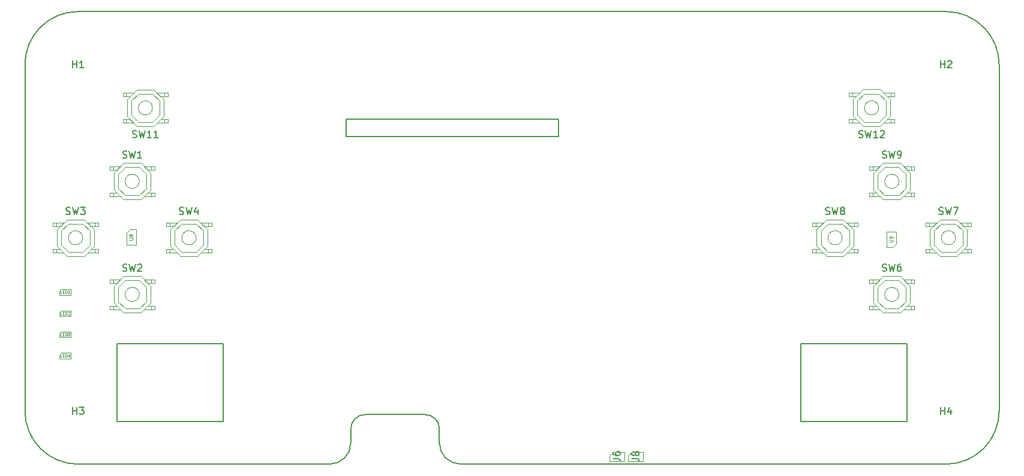
<source format=gbr>
G04 #@! TF.GenerationSoftware,KiCad,Pcbnew,7.0.10*
G04 #@! TF.CreationDate,2024-02-23T17:06:06+08:00*
G04 #@! TF.ProjectId,Teeny_girl,5465656e-795f-4676-9972-6c2e6b696361,rev?*
G04 #@! TF.SameCoordinates,Original*
G04 #@! TF.FileFunction,AssemblyDrawing,Top*
%FSLAX46Y46*%
G04 Gerber Fmt 4.6, Leading zero omitted, Abs format (unit mm)*
G04 Created by KiCad (PCBNEW 7.0.10) date 2024-02-23 17:06:06*
%MOMM*%
%LPD*%
G01*
G04 APERTURE LIST*
%ADD10C,0.150000*%
%ADD11C,0.060000*%
%ADD12C,0.075000*%
%ADD13C,0.100000*%
%ADD14C,0.127000*%
G04 #@! TA.AperFunction,Profile*
%ADD15C,0.150000*%
G04 #@! TD*
G04 APERTURE END LIST*
D10*
X87861667Y-76299100D02*
X88004524Y-76346719D01*
X88004524Y-76346719D02*
X88242619Y-76346719D01*
X88242619Y-76346719D02*
X88337857Y-76299100D01*
X88337857Y-76299100D02*
X88385476Y-76251480D01*
X88385476Y-76251480D02*
X88433095Y-76156242D01*
X88433095Y-76156242D02*
X88433095Y-76061004D01*
X88433095Y-76061004D02*
X88385476Y-75965766D01*
X88385476Y-75965766D02*
X88337857Y-75918147D01*
X88337857Y-75918147D02*
X88242619Y-75870528D01*
X88242619Y-75870528D02*
X88052143Y-75822909D01*
X88052143Y-75822909D02*
X87956905Y-75775290D01*
X87956905Y-75775290D02*
X87909286Y-75727671D01*
X87909286Y-75727671D02*
X87861667Y-75632433D01*
X87861667Y-75632433D02*
X87861667Y-75537195D01*
X87861667Y-75537195D02*
X87909286Y-75441957D01*
X87909286Y-75441957D02*
X87956905Y-75394338D01*
X87956905Y-75394338D02*
X88052143Y-75346719D01*
X88052143Y-75346719D02*
X88290238Y-75346719D01*
X88290238Y-75346719D02*
X88433095Y-75394338D01*
X88766429Y-75346719D02*
X89004524Y-76346719D01*
X89004524Y-76346719D02*
X89195000Y-75632433D01*
X89195000Y-75632433D02*
X89385476Y-76346719D01*
X89385476Y-76346719D02*
X89623572Y-75346719D01*
X89956905Y-75441957D02*
X90004524Y-75394338D01*
X90004524Y-75394338D02*
X90099762Y-75346719D01*
X90099762Y-75346719D02*
X90337857Y-75346719D01*
X90337857Y-75346719D02*
X90433095Y-75394338D01*
X90433095Y-75394338D02*
X90480714Y-75441957D01*
X90480714Y-75441957D02*
X90528333Y-75537195D01*
X90528333Y-75537195D02*
X90528333Y-75632433D01*
X90528333Y-75632433D02*
X90480714Y-75775290D01*
X90480714Y-75775290D02*
X89909286Y-76346719D01*
X89909286Y-76346719D02*
X90528333Y-76346719D01*
X203283095Y-47596719D02*
X203283095Y-46596719D01*
X203283095Y-47072909D02*
X203854523Y-47072909D01*
X203854523Y-47596719D02*
X203854523Y-46596719D01*
X204283095Y-46691957D02*
X204330714Y-46644338D01*
X204330714Y-46644338D02*
X204425952Y-46596719D01*
X204425952Y-46596719D02*
X204664047Y-46596719D01*
X204664047Y-46596719D02*
X204759285Y-46644338D01*
X204759285Y-46644338D02*
X204806904Y-46691957D01*
X204806904Y-46691957D02*
X204854523Y-46787195D01*
X204854523Y-46787195D02*
X204854523Y-46882433D01*
X204854523Y-46882433D02*
X204806904Y-47025290D01*
X204806904Y-47025290D02*
X204235476Y-47596719D01*
X204235476Y-47596719D02*
X204854523Y-47596719D01*
D11*
X79252381Y-79503827D02*
X79061905Y-79503827D01*
X79061905Y-79503827D02*
X79061905Y-79103827D01*
X79385715Y-79294303D02*
X79519048Y-79294303D01*
X79576191Y-79503827D02*
X79385715Y-79503827D01*
X79385715Y-79503827D02*
X79385715Y-79103827D01*
X79385715Y-79103827D02*
X79576191Y-79103827D01*
X79747620Y-79503827D02*
X79747620Y-79103827D01*
X79747620Y-79103827D02*
X79842858Y-79103827D01*
X79842858Y-79103827D02*
X79900001Y-79122875D01*
X79900001Y-79122875D02*
X79938096Y-79160970D01*
X79938096Y-79160970D02*
X79957143Y-79199065D01*
X79957143Y-79199065D02*
X79976191Y-79275256D01*
X79976191Y-79275256D02*
X79976191Y-79332399D01*
X79976191Y-79332399D02*
X79957143Y-79408589D01*
X79957143Y-79408589D02*
X79938096Y-79446684D01*
X79938096Y-79446684D02*
X79900001Y-79484780D01*
X79900001Y-79484780D02*
X79842858Y-79503827D01*
X79842858Y-79503827D02*
X79747620Y-79503827D01*
X80357143Y-79503827D02*
X80128572Y-79503827D01*
X80242858Y-79503827D02*
X80242858Y-79103827D01*
X80242858Y-79103827D02*
X80204762Y-79160970D01*
X80204762Y-79160970D02*
X80166667Y-79199065D01*
X80166667Y-79199065D02*
X80128572Y-79218113D01*
D10*
X195061667Y-76299100D02*
X195204524Y-76346719D01*
X195204524Y-76346719D02*
X195442619Y-76346719D01*
X195442619Y-76346719D02*
X195537857Y-76299100D01*
X195537857Y-76299100D02*
X195585476Y-76251480D01*
X195585476Y-76251480D02*
X195633095Y-76156242D01*
X195633095Y-76156242D02*
X195633095Y-76061004D01*
X195633095Y-76061004D02*
X195585476Y-75965766D01*
X195585476Y-75965766D02*
X195537857Y-75918147D01*
X195537857Y-75918147D02*
X195442619Y-75870528D01*
X195442619Y-75870528D02*
X195252143Y-75822909D01*
X195252143Y-75822909D02*
X195156905Y-75775290D01*
X195156905Y-75775290D02*
X195109286Y-75727671D01*
X195109286Y-75727671D02*
X195061667Y-75632433D01*
X195061667Y-75632433D02*
X195061667Y-75537195D01*
X195061667Y-75537195D02*
X195109286Y-75441957D01*
X195109286Y-75441957D02*
X195156905Y-75394338D01*
X195156905Y-75394338D02*
X195252143Y-75346719D01*
X195252143Y-75346719D02*
X195490238Y-75346719D01*
X195490238Y-75346719D02*
X195633095Y-75394338D01*
X195966429Y-75346719D02*
X196204524Y-76346719D01*
X196204524Y-76346719D02*
X196395000Y-75632433D01*
X196395000Y-75632433D02*
X196585476Y-76346719D01*
X196585476Y-76346719D02*
X196823572Y-75346719D01*
X197633095Y-75346719D02*
X197442619Y-75346719D01*
X197442619Y-75346719D02*
X197347381Y-75394338D01*
X197347381Y-75394338D02*
X197299762Y-75441957D01*
X197299762Y-75441957D02*
X197204524Y-75584814D01*
X197204524Y-75584814D02*
X197156905Y-75775290D01*
X197156905Y-75775290D02*
X197156905Y-76156242D01*
X197156905Y-76156242D02*
X197204524Y-76251480D01*
X197204524Y-76251480D02*
X197252143Y-76299100D01*
X197252143Y-76299100D02*
X197347381Y-76346719D01*
X197347381Y-76346719D02*
X197537857Y-76346719D01*
X197537857Y-76346719D02*
X197633095Y-76299100D01*
X197633095Y-76299100D02*
X197680714Y-76251480D01*
X197680714Y-76251480D02*
X197728333Y-76156242D01*
X197728333Y-76156242D02*
X197728333Y-75918147D01*
X197728333Y-75918147D02*
X197680714Y-75822909D01*
X197680714Y-75822909D02*
X197633095Y-75775290D01*
X197633095Y-75775290D02*
X197537857Y-75727671D01*
X197537857Y-75727671D02*
X197347381Y-75727671D01*
X197347381Y-75727671D02*
X197252143Y-75775290D01*
X197252143Y-75775290D02*
X197204524Y-75822909D01*
X197204524Y-75822909D02*
X197156905Y-75918147D01*
D11*
X79264881Y-88481927D02*
X79074405Y-88481927D01*
X79074405Y-88481927D02*
X79074405Y-88081927D01*
X79398215Y-88272403D02*
X79531548Y-88272403D01*
X79588691Y-88481927D02*
X79398215Y-88481927D01*
X79398215Y-88481927D02*
X79398215Y-88081927D01*
X79398215Y-88081927D02*
X79588691Y-88081927D01*
X79760120Y-88481927D02*
X79760120Y-88081927D01*
X79760120Y-88081927D02*
X79855358Y-88081927D01*
X79855358Y-88081927D02*
X79912501Y-88100975D01*
X79912501Y-88100975D02*
X79950596Y-88139070D01*
X79950596Y-88139070D02*
X79969643Y-88177165D01*
X79969643Y-88177165D02*
X79988691Y-88253356D01*
X79988691Y-88253356D02*
X79988691Y-88310499D01*
X79988691Y-88310499D02*
X79969643Y-88386689D01*
X79969643Y-88386689D02*
X79950596Y-88424784D01*
X79950596Y-88424784D02*
X79912501Y-88462880D01*
X79912501Y-88462880D02*
X79855358Y-88481927D01*
X79855358Y-88481927D02*
X79760120Y-88481927D01*
X80331548Y-88215260D02*
X80331548Y-88481927D01*
X80236310Y-88062880D02*
X80141072Y-88348594D01*
X80141072Y-88348594D02*
X80388691Y-88348594D01*
X79264881Y-85481927D02*
X79074405Y-85481927D01*
X79074405Y-85481927D02*
X79074405Y-85081927D01*
X79398215Y-85272403D02*
X79531548Y-85272403D01*
X79588691Y-85481927D02*
X79398215Y-85481927D01*
X79398215Y-85481927D02*
X79398215Y-85081927D01*
X79398215Y-85081927D02*
X79588691Y-85081927D01*
X79760120Y-85481927D02*
X79760120Y-85081927D01*
X79760120Y-85081927D02*
X79855358Y-85081927D01*
X79855358Y-85081927D02*
X79912501Y-85100975D01*
X79912501Y-85100975D02*
X79950596Y-85139070D01*
X79950596Y-85139070D02*
X79969643Y-85177165D01*
X79969643Y-85177165D02*
X79988691Y-85253356D01*
X79988691Y-85253356D02*
X79988691Y-85310499D01*
X79988691Y-85310499D02*
X79969643Y-85386689D01*
X79969643Y-85386689D02*
X79950596Y-85424784D01*
X79950596Y-85424784D02*
X79912501Y-85462880D01*
X79912501Y-85462880D02*
X79855358Y-85481927D01*
X79855358Y-85481927D02*
X79760120Y-85481927D01*
X80122024Y-85081927D02*
X80369643Y-85081927D01*
X80369643Y-85081927D02*
X80236310Y-85234308D01*
X80236310Y-85234308D02*
X80293453Y-85234308D01*
X80293453Y-85234308D02*
X80331548Y-85253356D01*
X80331548Y-85253356D02*
X80350596Y-85272403D01*
X80350596Y-85272403D02*
X80369643Y-85310499D01*
X80369643Y-85310499D02*
X80369643Y-85405737D01*
X80369643Y-85405737D02*
X80350596Y-85443832D01*
X80350596Y-85443832D02*
X80331548Y-85462880D01*
X80331548Y-85462880D02*
X80293453Y-85481927D01*
X80293453Y-85481927D02*
X80179167Y-85481927D01*
X80179167Y-85481927D02*
X80141072Y-85462880D01*
X80141072Y-85462880D02*
X80122024Y-85443832D01*
X79252381Y-82503827D02*
X79061905Y-82503827D01*
X79061905Y-82503827D02*
X79061905Y-82103827D01*
X79385715Y-82294303D02*
X79519048Y-82294303D01*
X79576191Y-82503827D02*
X79385715Y-82503827D01*
X79385715Y-82503827D02*
X79385715Y-82103827D01*
X79385715Y-82103827D02*
X79576191Y-82103827D01*
X79747620Y-82503827D02*
X79747620Y-82103827D01*
X79747620Y-82103827D02*
X79842858Y-82103827D01*
X79842858Y-82103827D02*
X79900001Y-82122875D01*
X79900001Y-82122875D02*
X79938096Y-82160970D01*
X79938096Y-82160970D02*
X79957143Y-82199065D01*
X79957143Y-82199065D02*
X79976191Y-82275256D01*
X79976191Y-82275256D02*
X79976191Y-82332399D01*
X79976191Y-82332399D02*
X79957143Y-82408589D01*
X79957143Y-82408589D02*
X79938096Y-82446684D01*
X79938096Y-82446684D02*
X79900001Y-82484780D01*
X79900001Y-82484780D02*
X79842858Y-82503827D01*
X79842858Y-82503827D02*
X79747620Y-82503827D01*
X80128572Y-82141922D02*
X80147620Y-82122875D01*
X80147620Y-82122875D02*
X80185715Y-82103827D01*
X80185715Y-82103827D02*
X80280953Y-82103827D01*
X80280953Y-82103827D02*
X80319048Y-82122875D01*
X80319048Y-82122875D02*
X80338096Y-82141922D01*
X80338096Y-82141922D02*
X80357143Y-82180018D01*
X80357143Y-82180018D02*
X80357143Y-82218113D01*
X80357143Y-82218113D02*
X80338096Y-82275256D01*
X80338096Y-82275256D02*
X80109524Y-82503827D01*
X80109524Y-82503827D02*
X80357143Y-82503827D01*
D10*
X80783095Y-47596719D02*
X80783095Y-46596719D01*
X80783095Y-47072909D02*
X81354523Y-47072909D01*
X81354523Y-47596719D02*
X81354523Y-46596719D01*
X82354523Y-47596719D02*
X81783095Y-47596719D01*
X82068809Y-47596719D02*
X82068809Y-46596719D01*
X82068809Y-46596719D02*
X81973571Y-46739576D01*
X81973571Y-46739576D02*
X81878333Y-46834814D01*
X81878333Y-46834814D02*
X81783095Y-46882433D01*
X157049819Y-102865233D02*
X157764104Y-102865233D01*
X157764104Y-102865233D02*
X157906961Y-102912852D01*
X157906961Y-102912852D02*
X158002200Y-103008090D01*
X158002200Y-103008090D02*
X158049819Y-103150947D01*
X158049819Y-103150947D02*
X158049819Y-103246185D01*
X157049819Y-101960471D02*
X157049819Y-102150947D01*
X157049819Y-102150947D02*
X157097438Y-102246185D01*
X157097438Y-102246185D02*
X157145057Y-102293804D01*
X157145057Y-102293804D02*
X157287914Y-102389042D01*
X157287914Y-102389042D02*
X157478390Y-102436661D01*
X157478390Y-102436661D02*
X157859342Y-102436661D01*
X157859342Y-102436661D02*
X157954580Y-102389042D01*
X157954580Y-102389042D02*
X158002200Y-102341423D01*
X158002200Y-102341423D02*
X158049819Y-102246185D01*
X158049819Y-102246185D02*
X158049819Y-102055709D01*
X158049819Y-102055709D02*
X158002200Y-101960471D01*
X158002200Y-101960471D02*
X157954580Y-101912852D01*
X157954580Y-101912852D02*
X157859342Y-101865233D01*
X157859342Y-101865233D02*
X157621247Y-101865233D01*
X157621247Y-101865233D02*
X157526009Y-101912852D01*
X157526009Y-101912852D02*
X157478390Y-101960471D01*
X157478390Y-101960471D02*
X157430771Y-102055709D01*
X157430771Y-102055709D02*
X157430771Y-102246185D01*
X157430771Y-102246185D02*
X157478390Y-102341423D01*
X157478390Y-102341423D02*
X157526009Y-102389042D01*
X157526009Y-102389042D02*
X157621247Y-102436661D01*
X159719819Y-102875233D02*
X160434104Y-102875233D01*
X160434104Y-102875233D02*
X160576961Y-102922852D01*
X160576961Y-102922852D02*
X160672200Y-103018090D01*
X160672200Y-103018090D02*
X160719819Y-103160947D01*
X160719819Y-103160947D02*
X160719819Y-103256185D01*
X160148390Y-102256185D02*
X160100771Y-102351423D01*
X160100771Y-102351423D02*
X160053152Y-102399042D01*
X160053152Y-102399042D02*
X159957914Y-102446661D01*
X159957914Y-102446661D02*
X159910295Y-102446661D01*
X159910295Y-102446661D02*
X159815057Y-102399042D01*
X159815057Y-102399042D02*
X159767438Y-102351423D01*
X159767438Y-102351423D02*
X159719819Y-102256185D01*
X159719819Y-102256185D02*
X159719819Y-102065709D01*
X159719819Y-102065709D02*
X159767438Y-101970471D01*
X159767438Y-101970471D02*
X159815057Y-101922852D01*
X159815057Y-101922852D02*
X159910295Y-101875233D01*
X159910295Y-101875233D02*
X159957914Y-101875233D01*
X159957914Y-101875233D02*
X160053152Y-101922852D01*
X160053152Y-101922852D02*
X160100771Y-101970471D01*
X160100771Y-101970471D02*
X160148390Y-102065709D01*
X160148390Y-102065709D02*
X160148390Y-102256185D01*
X160148390Y-102256185D02*
X160196009Y-102351423D01*
X160196009Y-102351423D02*
X160243628Y-102399042D01*
X160243628Y-102399042D02*
X160338866Y-102446661D01*
X160338866Y-102446661D02*
X160529342Y-102446661D01*
X160529342Y-102446661D02*
X160624580Y-102399042D01*
X160624580Y-102399042D02*
X160672200Y-102351423D01*
X160672200Y-102351423D02*
X160719819Y-102256185D01*
X160719819Y-102256185D02*
X160719819Y-102065709D01*
X160719819Y-102065709D02*
X160672200Y-101970471D01*
X160672200Y-101970471D02*
X160624580Y-101922852D01*
X160624580Y-101922852D02*
X160529342Y-101875233D01*
X160529342Y-101875233D02*
X160338866Y-101875233D01*
X160338866Y-101875233D02*
X160243628Y-101922852D01*
X160243628Y-101922852D02*
X160196009Y-101970471D01*
X160196009Y-101970471D02*
X160148390Y-102065709D01*
X203061667Y-68299100D02*
X203204524Y-68346719D01*
X203204524Y-68346719D02*
X203442619Y-68346719D01*
X203442619Y-68346719D02*
X203537857Y-68299100D01*
X203537857Y-68299100D02*
X203585476Y-68251480D01*
X203585476Y-68251480D02*
X203633095Y-68156242D01*
X203633095Y-68156242D02*
X203633095Y-68061004D01*
X203633095Y-68061004D02*
X203585476Y-67965766D01*
X203585476Y-67965766D02*
X203537857Y-67918147D01*
X203537857Y-67918147D02*
X203442619Y-67870528D01*
X203442619Y-67870528D02*
X203252143Y-67822909D01*
X203252143Y-67822909D02*
X203156905Y-67775290D01*
X203156905Y-67775290D02*
X203109286Y-67727671D01*
X203109286Y-67727671D02*
X203061667Y-67632433D01*
X203061667Y-67632433D02*
X203061667Y-67537195D01*
X203061667Y-67537195D02*
X203109286Y-67441957D01*
X203109286Y-67441957D02*
X203156905Y-67394338D01*
X203156905Y-67394338D02*
X203252143Y-67346719D01*
X203252143Y-67346719D02*
X203490238Y-67346719D01*
X203490238Y-67346719D02*
X203633095Y-67394338D01*
X203966429Y-67346719D02*
X204204524Y-68346719D01*
X204204524Y-68346719D02*
X204395000Y-67632433D01*
X204395000Y-67632433D02*
X204585476Y-68346719D01*
X204585476Y-68346719D02*
X204823572Y-67346719D01*
X205109286Y-67346719D02*
X205775952Y-67346719D01*
X205775952Y-67346719D02*
X205347381Y-68346719D01*
X89235476Y-57429100D02*
X89378333Y-57476719D01*
X89378333Y-57476719D02*
X89616428Y-57476719D01*
X89616428Y-57476719D02*
X89711666Y-57429100D01*
X89711666Y-57429100D02*
X89759285Y-57381480D01*
X89759285Y-57381480D02*
X89806904Y-57286242D01*
X89806904Y-57286242D02*
X89806904Y-57191004D01*
X89806904Y-57191004D02*
X89759285Y-57095766D01*
X89759285Y-57095766D02*
X89711666Y-57048147D01*
X89711666Y-57048147D02*
X89616428Y-57000528D01*
X89616428Y-57000528D02*
X89425952Y-56952909D01*
X89425952Y-56952909D02*
X89330714Y-56905290D01*
X89330714Y-56905290D02*
X89283095Y-56857671D01*
X89283095Y-56857671D02*
X89235476Y-56762433D01*
X89235476Y-56762433D02*
X89235476Y-56667195D01*
X89235476Y-56667195D02*
X89283095Y-56571957D01*
X89283095Y-56571957D02*
X89330714Y-56524338D01*
X89330714Y-56524338D02*
X89425952Y-56476719D01*
X89425952Y-56476719D02*
X89664047Y-56476719D01*
X89664047Y-56476719D02*
X89806904Y-56524338D01*
X90140238Y-56476719D02*
X90378333Y-57476719D01*
X90378333Y-57476719D02*
X90568809Y-56762433D01*
X90568809Y-56762433D02*
X90759285Y-57476719D01*
X90759285Y-57476719D02*
X90997381Y-56476719D01*
X91902142Y-57476719D02*
X91330714Y-57476719D01*
X91616428Y-57476719D02*
X91616428Y-56476719D01*
X91616428Y-56476719D02*
X91521190Y-56619576D01*
X91521190Y-56619576D02*
X91425952Y-56714814D01*
X91425952Y-56714814D02*
X91330714Y-56762433D01*
X92854523Y-57476719D02*
X92283095Y-57476719D01*
X92568809Y-57476719D02*
X92568809Y-56476719D01*
X92568809Y-56476719D02*
X92473571Y-56619576D01*
X92473571Y-56619576D02*
X92378333Y-56714814D01*
X92378333Y-56714814D02*
X92283095Y-56762433D01*
X95861667Y-68299100D02*
X96004524Y-68346719D01*
X96004524Y-68346719D02*
X96242619Y-68346719D01*
X96242619Y-68346719D02*
X96337857Y-68299100D01*
X96337857Y-68299100D02*
X96385476Y-68251480D01*
X96385476Y-68251480D02*
X96433095Y-68156242D01*
X96433095Y-68156242D02*
X96433095Y-68061004D01*
X96433095Y-68061004D02*
X96385476Y-67965766D01*
X96385476Y-67965766D02*
X96337857Y-67918147D01*
X96337857Y-67918147D02*
X96242619Y-67870528D01*
X96242619Y-67870528D02*
X96052143Y-67822909D01*
X96052143Y-67822909D02*
X95956905Y-67775290D01*
X95956905Y-67775290D02*
X95909286Y-67727671D01*
X95909286Y-67727671D02*
X95861667Y-67632433D01*
X95861667Y-67632433D02*
X95861667Y-67537195D01*
X95861667Y-67537195D02*
X95909286Y-67441957D01*
X95909286Y-67441957D02*
X95956905Y-67394338D01*
X95956905Y-67394338D02*
X96052143Y-67346719D01*
X96052143Y-67346719D02*
X96290238Y-67346719D01*
X96290238Y-67346719D02*
X96433095Y-67394338D01*
X96766429Y-67346719D02*
X97004524Y-68346719D01*
X97004524Y-68346719D02*
X97195000Y-67632433D01*
X97195000Y-67632433D02*
X97385476Y-68346719D01*
X97385476Y-68346719D02*
X97623572Y-67346719D01*
X98433095Y-67680052D02*
X98433095Y-68346719D01*
X98195000Y-67299100D02*
X97956905Y-68013385D01*
X97956905Y-68013385D02*
X98575952Y-68013385D01*
D12*
X88772409Y-71922852D02*
X89177171Y-71922852D01*
X89177171Y-71922852D02*
X89224790Y-71899042D01*
X89224790Y-71899042D02*
X89248600Y-71875233D01*
X89248600Y-71875233D02*
X89272409Y-71827614D01*
X89272409Y-71827614D02*
X89272409Y-71732376D01*
X89272409Y-71732376D02*
X89248600Y-71684757D01*
X89248600Y-71684757D02*
X89224790Y-71660947D01*
X89224790Y-71660947D02*
X89177171Y-71637138D01*
X89177171Y-71637138D02*
X88772409Y-71637138D01*
X88986695Y-71327613D02*
X88962885Y-71375232D01*
X88962885Y-71375232D02*
X88939076Y-71399042D01*
X88939076Y-71399042D02*
X88891457Y-71422851D01*
X88891457Y-71422851D02*
X88867647Y-71422851D01*
X88867647Y-71422851D02*
X88820028Y-71399042D01*
X88820028Y-71399042D02*
X88796219Y-71375232D01*
X88796219Y-71375232D02*
X88772409Y-71327613D01*
X88772409Y-71327613D02*
X88772409Y-71232375D01*
X88772409Y-71232375D02*
X88796219Y-71184756D01*
X88796219Y-71184756D02*
X88820028Y-71160947D01*
X88820028Y-71160947D02*
X88867647Y-71137137D01*
X88867647Y-71137137D02*
X88891457Y-71137137D01*
X88891457Y-71137137D02*
X88939076Y-71160947D01*
X88939076Y-71160947D02*
X88962885Y-71184756D01*
X88962885Y-71184756D02*
X88986695Y-71232375D01*
X88986695Y-71232375D02*
X88986695Y-71327613D01*
X88986695Y-71327613D02*
X89010504Y-71375232D01*
X89010504Y-71375232D02*
X89034314Y-71399042D01*
X89034314Y-71399042D02*
X89081933Y-71422851D01*
X89081933Y-71422851D02*
X89177171Y-71422851D01*
X89177171Y-71422851D02*
X89224790Y-71399042D01*
X89224790Y-71399042D02*
X89248600Y-71375232D01*
X89248600Y-71375232D02*
X89272409Y-71327613D01*
X89272409Y-71327613D02*
X89272409Y-71232375D01*
X89272409Y-71232375D02*
X89248600Y-71184756D01*
X89248600Y-71184756D02*
X89224790Y-71160947D01*
X89224790Y-71160947D02*
X89177171Y-71137137D01*
X89177171Y-71137137D02*
X89081933Y-71137137D01*
X89081933Y-71137137D02*
X89034314Y-71160947D01*
X89034314Y-71160947D02*
X89010504Y-71184756D01*
X89010504Y-71184756D02*
X88986695Y-71232375D01*
D10*
X87861667Y-60299100D02*
X88004524Y-60346719D01*
X88004524Y-60346719D02*
X88242619Y-60346719D01*
X88242619Y-60346719D02*
X88337857Y-60299100D01*
X88337857Y-60299100D02*
X88385476Y-60251480D01*
X88385476Y-60251480D02*
X88433095Y-60156242D01*
X88433095Y-60156242D02*
X88433095Y-60061004D01*
X88433095Y-60061004D02*
X88385476Y-59965766D01*
X88385476Y-59965766D02*
X88337857Y-59918147D01*
X88337857Y-59918147D02*
X88242619Y-59870528D01*
X88242619Y-59870528D02*
X88052143Y-59822909D01*
X88052143Y-59822909D02*
X87956905Y-59775290D01*
X87956905Y-59775290D02*
X87909286Y-59727671D01*
X87909286Y-59727671D02*
X87861667Y-59632433D01*
X87861667Y-59632433D02*
X87861667Y-59537195D01*
X87861667Y-59537195D02*
X87909286Y-59441957D01*
X87909286Y-59441957D02*
X87956905Y-59394338D01*
X87956905Y-59394338D02*
X88052143Y-59346719D01*
X88052143Y-59346719D02*
X88290238Y-59346719D01*
X88290238Y-59346719D02*
X88433095Y-59394338D01*
X88766429Y-59346719D02*
X89004524Y-60346719D01*
X89004524Y-60346719D02*
X89195000Y-59632433D01*
X89195000Y-59632433D02*
X89385476Y-60346719D01*
X89385476Y-60346719D02*
X89623572Y-59346719D01*
X90528333Y-60346719D02*
X89956905Y-60346719D01*
X90242619Y-60346719D02*
X90242619Y-59346719D01*
X90242619Y-59346719D02*
X90147381Y-59489576D01*
X90147381Y-59489576D02*
X90052143Y-59584814D01*
X90052143Y-59584814D02*
X89956905Y-59632433D01*
D12*
X196072409Y-72222852D02*
X196477171Y-72222852D01*
X196477171Y-72222852D02*
X196524790Y-72199042D01*
X196524790Y-72199042D02*
X196548600Y-72175233D01*
X196548600Y-72175233D02*
X196572409Y-72127614D01*
X196572409Y-72127614D02*
X196572409Y-72032376D01*
X196572409Y-72032376D02*
X196548600Y-71984757D01*
X196548600Y-71984757D02*
X196524790Y-71960947D01*
X196524790Y-71960947D02*
X196477171Y-71937138D01*
X196477171Y-71937138D02*
X196072409Y-71937138D01*
X196572409Y-71675232D02*
X196572409Y-71579994D01*
X196572409Y-71579994D02*
X196548600Y-71532375D01*
X196548600Y-71532375D02*
X196524790Y-71508566D01*
X196524790Y-71508566D02*
X196453361Y-71460947D01*
X196453361Y-71460947D02*
X196358123Y-71437137D01*
X196358123Y-71437137D02*
X196167647Y-71437137D01*
X196167647Y-71437137D02*
X196120028Y-71460947D01*
X196120028Y-71460947D02*
X196096219Y-71484756D01*
X196096219Y-71484756D02*
X196072409Y-71532375D01*
X196072409Y-71532375D02*
X196072409Y-71627613D01*
X196072409Y-71627613D02*
X196096219Y-71675232D01*
X196096219Y-71675232D02*
X196120028Y-71699042D01*
X196120028Y-71699042D02*
X196167647Y-71722851D01*
X196167647Y-71722851D02*
X196286695Y-71722851D01*
X196286695Y-71722851D02*
X196334314Y-71699042D01*
X196334314Y-71699042D02*
X196358123Y-71675232D01*
X196358123Y-71675232D02*
X196381933Y-71627613D01*
X196381933Y-71627613D02*
X196381933Y-71532375D01*
X196381933Y-71532375D02*
X196358123Y-71484756D01*
X196358123Y-71484756D02*
X196334314Y-71460947D01*
X196334314Y-71460947D02*
X196286695Y-71437137D01*
D10*
X195061667Y-60299100D02*
X195204524Y-60346719D01*
X195204524Y-60346719D02*
X195442619Y-60346719D01*
X195442619Y-60346719D02*
X195537857Y-60299100D01*
X195537857Y-60299100D02*
X195585476Y-60251480D01*
X195585476Y-60251480D02*
X195633095Y-60156242D01*
X195633095Y-60156242D02*
X195633095Y-60061004D01*
X195633095Y-60061004D02*
X195585476Y-59965766D01*
X195585476Y-59965766D02*
X195537857Y-59918147D01*
X195537857Y-59918147D02*
X195442619Y-59870528D01*
X195442619Y-59870528D02*
X195252143Y-59822909D01*
X195252143Y-59822909D02*
X195156905Y-59775290D01*
X195156905Y-59775290D02*
X195109286Y-59727671D01*
X195109286Y-59727671D02*
X195061667Y-59632433D01*
X195061667Y-59632433D02*
X195061667Y-59537195D01*
X195061667Y-59537195D02*
X195109286Y-59441957D01*
X195109286Y-59441957D02*
X195156905Y-59394338D01*
X195156905Y-59394338D02*
X195252143Y-59346719D01*
X195252143Y-59346719D02*
X195490238Y-59346719D01*
X195490238Y-59346719D02*
X195633095Y-59394338D01*
X195966429Y-59346719D02*
X196204524Y-60346719D01*
X196204524Y-60346719D02*
X196395000Y-59632433D01*
X196395000Y-59632433D02*
X196585476Y-60346719D01*
X196585476Y-60346719D02*
X196823572Y-59346719D01*
X197252143Y-60346719D02*
X197442619Y-60346719D01*
X197442619Y-60346719D02*
X197537857Y-60299100D01*
X197537857Y-60299100D02*
X197585476Y-60251480D01*
X197585476Y-60251480D02*
X197680714Y-60108623D01*
X197680714Y-60108623D02*
X197728333Y-59918147D01*
X197728333Y-59918147D02*
X197728333Y-59537195D01*
X197728333Y-59537195D02*
X197680714Y-59441957D01*
X197680714Y-59441957D02*
X197633095Y-59394338D01*
X197633095Y-59394338D02*
X197537857Y-59346719D01*
X197537857Y-59346719D02*
X197347381Y-59346719D01*
X197347381Y-59346719D02*
X197252143Y-59394338D01*
X197252143Y-59394338D02*
X197204524Y-59441957D01*
X197204524Y-59441957D02*
X197156905Y-59537195D01*
X197156905Y-59537195D02*
X197156905Y-59775290D01*
X197156905Y-59775290D02*
X197204524Y-59870528D01*
X197204524Y-59870528D02*
X197252143Y-59918147D01*
X197252143Y-59918147D02*
X197347381Y-59965766D01*
X197347381Y-59965766D02*
X197537857Y-59965766D01*
X197537857Y-59965766D02*
X197633095Y-59918147D01*
X197633095Y-59918147D02*
X197680714Y-59870528D01*
X197680714Y-59870528D02*
X197728333Y-59775290D01*
X203283095Y-96596719D02*
X203283095Y-95596719D01*
X203283095Y-96072909D02*
X203854523Y-96072909D01*
X203854523Y-96596719D02*
X203854523Y-95596719D01*
X204759285Y-95930052D02*
X204759285Y-96596719D01*
X204521190Y-95549100D02*
X204283095Y-96263385D01*
X204283095Y-96263385D02*
X204902142Y-96263385D01*
X187061667Y-68299100D02*
X187204524Y-68346719D01*
X187204524Y-68346719D02*
X187442619Y-68346719D01*
X187442619Y-68346719D02*
X187537857Y-68299100D01*
X187537857Y-68299100D02*
X187585476Y-68251480D01*
X187585476Y-68251480D02*
X187633095Y-68156242D01*
X187633095Y-68156242D02*
X187633095Y-68061004D01*
X187633095Y-68061004D02*
X187585476Y-67965766D01*
X187585476Y-67965766D02*
X187537857Y-67918147D01*
X187537857Y-67918147D02*
X187442619Y-67870528D01*
X187442619Y-67870528D02*
X187252143Y-67822909D01*
X187252143Y-67822909D02*
X187156905Y-67775290D01*
X187156905Y-67775290D02*
X187109286Y-67727671D01*
X187109286Y-67727671D02*
X187061667Y-67632433D01*
X187061667Y-67632433D02*
X187061667Y-67537195D01*
X187061667Y-67537195D02*
X187109286Y-67441957D01*
X187109286Y-67441957D02*
X187156905Y-67394338D01*
X187156905Y-67394338D02*
X187252143Y-67346719D01*
X187252143Y-67346719D02*
X187490238Y-67346719D01*
X187490238Y-67346719D02*
X187633095Y-67394338D01*
X187966429Y-67346719D02*
X188204524Y-68346719D01*
X188204524Y-68346719D02*
X188395000Y-67632433D01*
X188395000Y-67632433D02*
X188585476Y-68346719D01*
X188585476Y-68346719D02*
X188823572Y-67346719D01*
X189347381Y-67775290D02*
X189252143Y-67727671D01*
X189252143Y-67727671D02*
X189204524Y-67680052D01*
X189204524Y-67680052D02*
X189156905Y-67584814D01*
X189156905Y-67584814D02*
X189156905Y-67537195D01*
X189156905Y-67537195D02*
X189204524Y-67441957D01*
X189204524Y-67441957D02*
X189252143Y-67394338D01*
X189252143Y-67394338D02*
X189347381Y-67346719D01*
X189347381Y-67346719D02*
X189537857Y-67346719D01*
X189537857Y-67346719D02*
X189633095Y-67394338D01*
X189633095Y-67394338D02*
X189680714Y-67441957D01*
X189680714Y-67441957D02*
X189728333Y-67537195D01*
X189728333Y-67537195D02*
X189728333Y-67584814D01*
X189728333Y-67584814D02*
X189680714Y-67680052D01*
X189680714Y-67680052D02*
X189633095Y-67727671D01*
X189633095Y-67727671D02*
X189537857Y-67775290D01*
X189537857Y-67775290D02*
X189347381Y-67775290D01*
X189347381Y-67775290D02*
X189252143Y-67822909D01*
X189252143Y-67822909D02*
X189204524Y-67870528D01*
X189204524Y-67870528D02*
X189156905Y-67965766D01*
X189156905Y-67965766D02*
X189156905Y-68156242D01*
X189156905Y-68156242D02*
X189204524Y-68251480D01*
X189204524Y-68251480D02*
X189252143Y-68299100D01*
X189252143Y-68299100D02*
X189347381Y-68346719D01*
X189347381Y-68346719D02*
X189537857Y-68346719D01*
X189537857Y-68346719D02*
X189633095Y-68299100D01*
X189633095Y-68299100D02*
X189680714Y-68251480D01*
X189680714Y-68251480D02*
X189728333Y-68156242D01*
X189728333Y-68156242D02*
X189728333Y-67965766D01*
X189728333Y-67965766D02*
X189680714Y-67870528D01*
X189680714Y-67870528D02*
X189633095Y-67822909D01*
X189633095Y-67822909D02*
X189537857Y-67775290D01*
X79861667Y-68299100D02*
X80004524Y-68346719D01*
X80004524Y-68346719D02*
X80242619Y-68346719D01*
X80242619Y-68346719D02*
X80337857Y-68299100D01*
X80337857Y-68299100D02*
X80385476Y-68251480D01*
X80385476Y-68251480D02*
X80433095Y-68156242D01*
X80433095Y-68156242D02*
X80433095Y-68061004D01*
X80433095Y-68061004D02*
X80385476Y-67965766D01*
X80385476Y-67965766D02*
X80337857Y-67918147D01*
X80337857Y-67918147D02*
X80242619Y-67870528D01*
X80242619Y-67870528D02*
X80052143Y-67822909D01*
X80052143Y-67822909D02*
X79956905Y-67775290D01*
X79956905Y-67775290D02*
X79909286Y-67727671D01*
X79909286Y-67727671D02*
X79861667Y-67632433D01*
X79861667Y-67632433D02*
X79861667Y-67537195D01*
X79861667Y-67537195D02*
X79909286Y-67441957D01*
X79909286Y-67441957D02*
X79956905Y-67394338D01*
X79956905Y-67394338D02*
X80052143Y-67346719D01*
X80052143Y-67346719D02*
X80290238Y-67346719D01*
X80290238Y-67346719D02*
X80433095Y-67394338D01*
X80766429Y-67346719D02*
X81004524Y-68346719D01*
X81004524Y-68346719D02*
X81195000Y-67632433D01*
X81195000Y-67632433D02*
X81385476Y-68346719D01*
X81385476Y-68346719D02*
X81623572Y-67346719D01*
X81909286Y-67346719D02*
X82528333Y-67346719D01*
X82528333Y-67346719D02*
X82195000Y-67727671D01*
X82195000Y-67727671D02*
X82337857Y-67727671D01*
X82337857Y-67727671D02*
X82433095Y-67775290D01*
X82433095Y-67775290D02*
X82480714Y-67822909D01*
X82480714Y-67822909D02*
X82528333Y-67918147D01*
X82528333Y-67918147D02*
X82528333Y-68156242D01*
X82528333Y-68156242D02*
X82480714Y-68251480D01*
X82480714Y-68251480D02*
X82433095Y-68299100D01*
X82433095Y-68299100D02*
X82337857Y-68346719D01*
X82337857Y-68346719D02*
X82052143Y-68346719D01*
X82052143Y-68346719D02*
X81956905Y-68299100D01*
X81956905Y-68299100D02*
X81909286Y-68251480D01*
X80783095Y-96596719D02*
X80783095Y-95596719D01*
X80783095Y-96072909D02*
X81354523Y-96072909D01*
X81354523Y-96596719D02*
X81354523Y-95596719D01*
X81735476Y-95596719D02*
X82354523Y-95596719D01*
X82354523Y-95596719D02*
X82021190Y-95977671D01*
X82021190Y-95977671D02*
X82164047Y-95977671D01*
X82164047Y-95977671D02*
X82259285Y-96025290D01*
X82259285Y-96025290D02*
X82306904Y-96072909D01*
X82306904Y-96072909D02*
X82354523Y-96168147D01*
X82354523Y-96168147D02*
X82354523Y-96406242D01*
X82354523Y-96406242D02*
X82306904Y-96501480D01*
X82306904Y-96501480D02*
X82259285Y-96549100D01*
X82259285Y-96549100D02*
X82164047Y-96596719D01*
X82164047Y-96596719D02*
X81878333Y-96596719D01*
X81878333Y-96596719D02*
X81783095Y-96549100D01*
X81783095Y-96549100D02*
X81735476Y-96501480D01*
X191735476Y-57424100D02*
X191878333Y-57471719D01*
X191878333Y-57471719D02*
X192116428Y-57471719D01*
X192116428Y-57471719D02*
X192211666Y-57424100D01*
X192211666Y-57424100D02*
X192259285Y-57376480D01*
X192259285Y-57376480D02*
X192306904Y-57281242D01*
X192306904Y-57281242D02*
X192306904Y-57186004D01*
X192306904Y-57186004D02*
X192259285Y-57090766D01*
X192259285Y-57090766D02*
X192211666Y-57043147D01*
X192211666Y-57043147D02*
X192116428Y-56995528D01*
X192116428Y-56995528D02*
X191925952Y-56947909D01*
X191925952Y-56947909D02*
X191830714Y-56900290D01*
X191830714Y-56900290D02*
X191783095Y-56852671D01*
X191783095Y-56852671D02*
X191735476Y-56757433D01*
X191735476Y-56757433D02*
X191735476Y-56662195D01*
X191735476Y-56662195D02*
X191783095Y-56566957D01*
X191783095Y-56566957D02*
X191830714Y-56519338D01*
X191830714Y-56519338D02*
X191925952Y-56471719D01*
X191925952Y-56471719D02*
X192164047Y-56471719D01*
X192164047Y-56471719D02*
X192306904Y-56519338D01*
X192640238Y-56471719D02*
X192878333Y-57471719D01*
X192878333Y-57471719D02*
X193068809Y-56757433D01*
X193068809Y-56757433D02*
X193259285Y-57471719D01*
X193259285Y-57471719D02*
X193497381Y-56471719D01*
X194402142Y-57471719D02*
X193830714Y-57471719D01*
X194116428Y-57471719D02*
X194116428Y-56471719D01*
X194116428Y-56471719D02*
X194021190Y-56614576D01*
X194021190Y-56614576D02*
X193925952Y-56709814D01*
X193925952Y-56709814D02*
X193830714Y-56757433D01*
X194783095Y-56566957D02*
X194830714Y-56519338D01*
X194830714Y-56519338D02*
X194925952Y-56471719D01*
X194925952Y-56471719D02*
X195164047Y-56471719D01*
X195164047Y-56471719D02*
X195259285Y-56519338D01*
X195259285Y-56519338D02*
X195306904Y-56566957D01*
X195306904Y-56566957D02*
X195354523Y-56662195D01*
X195354523Y-56662195D02*
X195354523Y-56757433D01*
X195354523Y-56757433D02*
X195306904Y-56900290D01*
X195306904Y-56900290D02*
X194735476Y-57471719D01*
X194735476Y-57471719D02*
X195354523Y-57471719D01*
D13*
X85995000Y-77541900D02*
X85995000Y-78041900D01*
X85995000Y-78041900D02*
X86995000Y-78041900D01*
X85995000Y-81241900D02*
X86995000Y-81241900D01*
X85995000Y-81741900D02*
X85995000Y-81241900D01*
X86495000Y-77541900D02*
X86495000Y-78041900D01*
X86495000Y-81741900D02*
X86495000Y-81241900D01*
X86595000Y-78441900D02*
X86595000Y-80841900D01*
X86595000Y-80841900D02*
X87995000Y-82241900D01*
X87195000Y-78641900D02*
X88195000Y-77641900D01*
X87195000Y-80641900D02*
X87195000Y-78641900D01*
X87495000Y-77541900D02*
X85995000Y-77541900D01*
X87495000Y-81741900D02*
X85995000Y-81741900D01*
X87995000Y-77041900D02*
X86595000Y-78441900D01*
X87995000Y-82241900D02*
X90395000Y-82241900D01*
X88195000Y-77641900D02*
X90195000Y-77641900D01*
X88195000Y-81641900D02*
X87195000Y-80641900D01*
X90195000Y-77641900D02*
X91195000Y-78641900D01*
X90195000Y-81641900D02*
X88195000Y-81641900D01*
X90395000Y-77041900D02*
X87995000Y-77041900D01*
X90395000Y-82241900D02*
X91795000Y-80841900D01*
X90895000Y-77541900D02*
X92395000Y-77541900D01*
X90895000Y-81741900D02*
X92395000Y-81741900D01*
X91195000Y-78641900D02*
X91195000Y-80641900D01*
X91195000Y-80641900D02*
X90195000Y-81641900D01*
X91795000Y-78441900D02*
X90395000Y-77041900D01*
X91795000Y-80841900D02*
X91795000Y-78441900D01*
X91895000Y-77541900D02*
X91895000Y-78041900D01*
X91895000Y-81741900D02*
X91895000Y-81241900D01*
X92395000Y-77541900D02*
X92395000Y-78041900D01*
X92395000Y-78041900D02*
X91395000Y-78041900D01*
X92395000Y-81241900D02*
X91395000Y-81241900D01*
X92395000Y-81741900D02*
X92395000Y-81241900D01*
X90195000Y-79641900D02*
G75*
G03*
X88195000Y-79641900I-1000000J0D01*
G01*
X88195000Y-79641900D02*
G75*
G03*
X90195000Y-79641900I1000000J0D01*
G01*
X78900000Y-79221900D02*
X78900000Y-79721900D01*
X78900000Y-79721900D02*
X80500000Y-79721900D01*
X79200000Y-78921900D02*
X78900000Y-79221900D01*
X80500000Y-78921900D02*
X79200000Y-78921900D01*
X80500000Y-79721900D02*
X80500000Y-78921900D01*
X193195000Y-77541900D02*
X193195000Y-78041900D01*
X193195000Y-78041900D02*
X194195000Y-78041900D01*
X193195000Y-81241900D02*
X194195000Y-81241900D01*
X193195000Y-81741900D02*
X193195000Y-81241900D01*
X193695000Y-77541900D02*
X193695000Y-78041900D01*
X193695000Y-81741900D02*
X193695000Y-81241900D01*
X193795000Y-78441900D02*
X193795000Y-80841900D01*
X193795000Y-80841900D02*
X195195000Y-82241900D01*
X194395000Y-78641900D02*
X195395000Y-77641900D01*
X194395000Y-80641900D02*
X194395000Y-78641900D01*
X194695000Y-77541900D02*
X193195000Y-77541900D01*
X194695000Y-81741900D02*
X193195000Y-81741900D01*
X195195000Y-77041900D02*
X193795000Y-78441900D01*
X195195000Y-82241900D02*
X197595000Y-82241900D01*
X195395000Y-77641900D02*
X197395000Y-77641900D01*
X195395000Y-81641900D02*
X194395000Y-80641900D01*
X197395000Y-77641900D02*
X198395000Y-78641900D01*
X197395000Y-81641900D02*
X195395000Y-81641900D01*
X197595000Y-77041900D02*
X195195000Y-77041900D01*
X197595000Y-82241900D02*
X198995000Y-80841900D01*
X198095000Y-77541900D02*
X199595000Y-77541900D01*
X198095000Y-81741900D02*
X199595000Y-81741900D01*
X198395000Y-78641900D02*
X198395000Y-80641900D01*
X198395000Y-80641900D02*
X197395000Y-81641900D01*
X198995000Y-78441900D02*
X197595000Y-77041900D01*
X198995000Y-80841900D02*
X198995000Y-78441900D01*
X199095000Y-77541900D02*
X199095000Y-78041900D01*
X199095000Y-81741900D02*
X199095000Y-81241900D01*
X199595000Y-77541900D02*
X199595000Y-78041900D01*
X199595000Y-78041900D02*
X198595000Y-78041900D01*
X199595000Y-81241900D02*
X198595000Y-81241900D01*
X199595000Y-81741900D02*
X199595000Y-81241900D01*
X197395000Y-79641900D02*
G75*
G03*
X195395000Y-79641900I-1000000J0D01*
G01*
X195395000Y-79641900D02*
G75*
G03*
X197395000Y-79641900I1000000J0D01*
G01*
X78912500Y-88200000D02*
X78912500Y-88700000D01*
X78912500Y-88700000D02*
X80512500Y-88700000D01*
X79212500Y-87900000D02*
X78912500Y-88200000D01*
X80512500Y-87900000D02*
X79212500Y-87900000D01*
X80512500Y-88700000D02*
X80512500Y-87900000D01*
X78912500Y-85200000D02*
X78912500Y-85700000D01*
X78912500Y-85700000D02*
X80512500Y-85700000D01*
X79212500Y-84900000D02*
X78912500Y-85200000D01*
X80512500Y-84900000D02*
X79212500Y-84900000D01*
X80512500Y-85700000D02*
X80512500Y-84900000D01*
X78900000Y-82221900D02*
X78900000Y-82721900D01*
X78900000Y-82721900D02*
X80500000Y-82721900D01*
X79200000Y-81921900D02*
X78900000Y-82221900D01*
X80500000Y-81921900D02*
X79200000Y-81921900D01*
X80500000Y-82721900D02*
X80500000Y-81921900D01*
X156545000Y-102421900D02*
X157070000Y-101896900D01*
X156545000Y-103166900D02*
X156545000Y-102421900D01*
X157070000Y-101896900D02*
X158645000Y-101896900D01*
X158645000Y-101896900D02*
X158645000Y-103166900D01*
X158645000Y-103166900D02*
X156545000Y-103166900D01*
X159215000Y-102431900D02*
X159740000Y-101906900D01*
X159215000Y-103176900D02*
X159215000Y-102431900D01*
X159740000Y-101906900D02*
X161315000Y-101906900D01*
X161315000Y-101906900D02*
X161315000Y-103176900D01*
X161315000Y-103176900D02*
X159215000Y-103176900D01*
X201195000Y-69541900D02*
X201195000Y-70041900D01*
X201195000Y-70041900D02*
X202195000Y-70041900D01*
X201195000Y-73241900D02*
X202195000Y-73241900D01*
X201195000Y-73741900D02*
X201195000Y-73241900D01*
X201695000Y-69541900D02*
X201695000Y-70041900D01*
X201695000Y-73741900D02*
X201695000Y-73241900D01*
X201795000Y-70441900D02*
X201795000Y-72841900D01*
X201795000Y-72841900D02*
X203195000Y-74241900D01*
X202395000Y-70641900D02*
X203395000Y-69641900D01*
X202395000Y-72641900D02*
X202395000Y-70641900D01*
X202695000Y-69541900D02*
X201195000Y-69541900D01*
X202695000Y-73741900D02*
X201195000Y-73741900D01*
X203195000Y-69041900D02*
X201795000Y-70441900D01*
X203195000Y-74241900D02*
X205595000Y-74241900D01*
X203395000Y-69641900D02*
X205395000Y-69641900D01*
X203395000Y-73641900D02*
X202395000Y-72641900D01*
X205395000Y-69641900D02*
X206395000Y-70641900D01*
X205395000Y-73641900D02*
X203395000Y-73641900D01*
X205595000Y-69041900D02*
X203195000Y-69041900D01*
X205595000Y-74241900D02*
X206995000Y-72841900D01*
X206095000Y-69541900D02*
X207595000Y-69541900D01*
X206095000Y-73741900D02*
X207595000Y-73741900D01*
X206395000Y-70641900D02*
X206395000Y-72641900D01*
X206395000Y-72641900D02*
X205395000Y-73641900D01*
X206995000Y-70441900D02*
X205595000Y-69041900D01*
X206995000Y-72841900D02*
X206995000Y-70441900D01*
X207095000Y-69541900D02*
X207095000Y-70041900D01*
X207095000Y-73741900D02*
X207095000Y-73241900D01*
X207595000Y-69541900D02*
X207595000Y-70041900D01*
X207595000Y-70041900D02*
X206595000Y-70041900D01*
X207595000Y-73241900D02*
X206595000Y-73241900D01*
X207595000Y-73741900D02*
X207595000Y-73241900D01*
X205395000Y-71641900D02*
G75*
G03*
X203395000Y-71641900I-1000000J0D01*
G01*
X203395000Y-71641900D02*
G75*
G03*
X205395000Y-71641900I1000000J0D01*
G01*
X94245000Y-55371900D02*
X94245000Y-54871900D01*
X94245000Y-54871900D02*
X93245000Y-54871900D01*
X94245000Y-51671900D02*
X93245000Y-51671900D01*
X94245000Y-51171900D02*
X94245000Y-51671900D01*
X93745000Y-55371900D02*
X93745000Y-54871900D01*
X93745000Y-51171900D02*
X93745000Y-51671900D01*
X93645000Y-54471900D02*
X93645000Y-52071900D01*
X93645000Y-52071900D02*
X92245000Y-50671900D01*
X93045000Y-54271900D02*
X92045000Y-55271900D01*
X93045000Y-52271900D02*
X93045000Y-54271900D01*
X92745000Y-55371900D02*
X94245000Y-55371900D01*
X92745000Y-51171900D02*
X94245000Y-51171900D01*
X92245000Y-55871900D02*
X93645000Y-54471900D01*
X92245000Y-50671900D02*
X89845000Y-50671900D01*
X92045000Y-55271900D02*
X90045000Y-55271900D01*
X92045000Y-51271900D02*
X93045000Y-52271900D01*
X90045000Y-55271900D02*
X89045000Y-54271900D01*
X90045000Y-51271900D02*
X92045000Y-51271900D01*
X89845000Y-55871900D02*
X92245000Y-55871900D01*
X89845000Y-50671900D02*
X88445000Y-52071900D01*
X89345000Y-55371900D02*
X87845000Y-55371900D01*
X89345000Y-51171900D02*
X87845000Y-51171900D01*
X89045000Y-54271900D02*
X89045000Y-52271900D01*
X89045000Y-52271900D02*
X90045000Y-51271900D01*
X88445000Y-54471900D02*
X89845000Y-55871900D01*
X88445000Y-52071900D02*
X88445000Y-54471900D01*
X88345000Y-55371900D02*
X88345000Y-54871900D01*
X88345000Y-51171900D02*
X88345000Y-51671900D01*
X87845000Y-55371900D02*
X87845000Y-54871900D01*
X87845000Y-54871900D02*
X88845000Y-54871900D01*
X87845000Y-51671900D02*
X88845000Y-51671900D01*
X87845000Y-51171900D02*
X87845000Y-51671900D01*
X92045000Y-53271900D02*
G75*
G03*
X90045000Y-53271900I-1000000J0D01*
G01*
X90045000Y-53271900D02*
G75*
G03*
X92045000Y-53271900I1000000J0D01*
G01*
X93995000Y-69541900D02*
X93995000Y-70041900D01*
X93995000Y-70041900D02*
X94995000Y-70041900D01*
X93995000Y-73241900D02*
X94995000Y-73241900D01*
X93995000Y-73741900D02*
X93995000Y-73241900D01*
X94495000Y-69541900D02*
X94495000Y-70041900D01*
X94495000Y-73741900D02*
X94495000Y-73241900D01*
X94595000Y-70441900D02*
X94595000Y-72841900D01*
X94595000Y-72841900D02*
X95995000Y-74241900D01*
X95195000Y-70641900D02*
X96195000Y-69641900D01*
X95195000Y-72641900D02*
X95195000Y-70641900D01*
X95495000Y-69541900D02*
X93995000Y-69541900D01*
X95495000Y-73741900D02*
X93995000Y-73741900D01*
X95995000Y-69041900D02*
X94595000Y-70441900D01*
X95995000Y-74241900D02*
X98395000Y-74241900D01*
X96195000Y-69641900D02*
X98195000Y-69641900D01*
X96195000Y-73641900D02*
X95195000Y-72641900D01*
X98195000Y-69641900D02*
X99195000Y-70641900D01*
X98195000Y-73641900D02*
X96195000Y-73641900D01*
X98395000Y-69041900D02*
X95995000Y-69041900D01*
X98395000Y-74241900D02*
X99795000Y-72841900D01*
X98895000Y-69541900D02*
X100395000Y-69541900D01*
X98895000Y-73741900D02*
X100395000Y-73741900D01*
X99195000Y-70641900D02*
X99195000Y-72641900D01*
X99195000Y-72641900D02*
X98195000Y-73641900D01*
X99795000Y-70441900D02*
X98395000Y-69041900D01*
X99795000Y-72841900D02*
X99795000Y-70441900D01*
X99895000Y-69541900D02*
X99895000Y-70041900D01*
X99895000Y-73741900D02*
X99895000Y-73241900D01*
X100395000Y-69541900D02*
X100395000Y-70041900D01*
X100395000Y-70041900D02*
X99395000Y-70041900D01*
X100395000Y-73241900D02*
X99395000Y-73241900D01*
X100395000Y-73741900D02*
X100395000Y-73241900D01*
X98195000Y-71641900D02*
G75*
G03*
X96195000Y-71641900I-1000000J0D01*
G01*
X96195000Y-71641900D02*
G75*
G03*
X98195000Y-71641900I1000000J0D01*
G01*
X88370000Y-70941900D02*
X88370000Y-72641900D01*
X88870000Y-70441900D02*
X88370000Y-70941900D01*
X89720000Y-70441900D02*
X88870000Y-70441900D01*
X89720000Y-70441900D02*
X89720000Y-72641900D01*
X89720000Y-72641900D02*
X88370000Y-72641900D01*
D14*
X102045000Y-86641900D02*
X102045000Y-97641900D01*
X87045000Y-86641900D02*
X102045000Y-86641900D01*
X102045000Y-97641900D02*
X87045000Y-97641900D01*
X87045000Y-97641900D02*
X87045000Y-86641900D01*
D13*
X85995000Y-61541900D02*
X85995000Y-62041900D01*
X85995000Y-62041900D02*
X86995000Y-62041900D01*
X85995000Y-65241900D02*
X86995000Y-65241900D01*
X85995000Y-65741900D02*
X85995000Y-65241900D01*
X86495000Y-61541900D02*
X86495000Y-62041900D01*
X86495000Y-65741900D02*
X86495000Y-65241900D01*
X86595000Y-62441900D02*
X86595000Y-64841900D01*
X86595000Y-64841900D02*
X87995000Y-66241900D01*
X87195000Y-62641900D02*
X88195000Y-61641900D01*
X87195000Y-64641900D02*
X87195000Y-62641900D01*
X87495000Y-61541900D02*
X85995000Y-61541900D01*
X87495000Y-65741900D02*
X85995000Y-65741900D01*
X87995000Y-61041900D02*
X86595000Y-62441900D01*
X87995000Y-66241900D02*
X90395000Y-66241900D01*
X88195000Y-61641900D02*
X90195000Y-61641900D01*
X88195000Y-65641900D02*
X87195000Y-64641900D01*
X90195000Y-61641900D02*
X91195000Y-62641900D01*
X90195000Y-65641900D02*
X88195000Y-65641900D01*
X90395000Y-61041900D02*
X87995000Y-61041900D01*
X90395000Y-66241900D02*
X91795000Y-64841900D01*
X90895000Y-61541900D02*
X92395000Y-61541900D01*
X90895000Y-65741900D02*
X92395000Y-65741900D01*
X91195000Y-62641900D02*
X91195000Y-64641900D01*
X91195000Y-64641900D02*
X90195000Y-65641900D01*
X91795000Y-62441900D02*
X90395000Y-61041900D01*
X91795000Y-64841900D02*
X91795000Y-62441900D01*
X91895000Y-61541900D02*
X91895000Y-62041900D01*
X91895000Y-65741900D02*
X91895000Y-65241900D01*
X92395000Y-61541900D02*
X92395000Y-62041900D01*
X92395000Y-62041900D02*
X91395000Y-62041900D01*
X92395000Y-65241900D02*
X91395000Y-65241900D01*
X92395000Y-65741900D02*
X92395000Y-65241900D01*
X90195000Y-63641900D02*
G75*
G03*
X88195000Y-63641900I-1000000J0D01*
G01*
X88195000Y-63641900D02*
G75*
G03*
X90195000Y-63641900I1000000J0D01*
G01*
D14*
X183545000Y-97641900D02*
X183545000Y-86641900D01*
X198545000Y-97641900D02*
X183545000Y-97641900D01*
X183545000Y-86641900D02*
X198545000Y-86641900D01*
X198545000Y-86641900D02*
X198545000Y-97641900D01*
D13*
X197020000Y-72441900D02*
X197020000Y-70741900D01*
X196520000Y-72941900D02*
X197020000Y-72441900D01*
X195670000Y-72941900D02*
X196520000Y-72941900D01*
X195670000Y-72941900D02*
X195670000Y-70741900D01*
X195670000Y-70741900D02*
X197020000Y-70741900D01*
X193195000Y-61541900D02*
X193195000Y-62041900D01*
X193195000Y-62041900D02*
X194195000Y-62041900D01*
X193195000Y-65241900D02*
X194195000Y-65241900D01*
X193195000Y-65741900D02*
X193195000Y-65241900D01*
X193695000Y-61541900D02*
X193695000Y-62041900D01*
X193695000Y-65741900D02*
X193695000Y-65241900D01*
X193795000Y-62441900D02*
X193795000Y-64841900D01*
X193795000Y-64841900D02*
X195195000Y-66241900D01*
X194395000Y-62641900D02*
X195395000Y-61641900D01*
X194395000Y-64641900D02*
X194395000Y-62641900D01*
X194695000Y-61541900D02*
X193195000Y-61541900D01*
X194695000Y-65741900D02*
X193195000Y-65741900D01*
X195195000Y-61041900D02*
X193795000Y-62441900D01*
X195195000Y-66241900D02*
X197595000Y-66241900D01*
X195395000Y-61641900D02*
X197395000Y-61641900D01*
X195395000Y-65641900D02*
X194395000Y-64641900D01*
X197395000Y-61641900D02*
X198395000Y-62641900D01*
X197395000Y-65641900D02*
X195395000Y-65641900D01*
X197595000Y-61041900D02*
X195195000Y-61041900D01*
X197595000Y-66241900D02*
X198995000Y-64841900D01*
X198095000Y-61541900D02*
X199595000Y-61541900D01*
X198095000Y-65741900D02*
X199595000Y-65741900D01*
X198395000Y-62641900D02*
X198395000Y-64641900D01*
X198395000Y-64641900D02*
X197395000Y-65641900D01*
X198995000Y-62441900D02*
X197595000Y-61041900D01*
X198995000Y-64841900D02*
X198995000Y-62441900D01*
X199095000Y-61541900D02*
X199095000Y-62041900D01*
X199095000Y-65741900D02*
X199095000Y-65241900D01*
X199595000Y-61541900D02*
X199595000Y-62041900D01*
X199595000Y-62041900D02*
X198595000Y-62041900D01*
X199595000Y-65241900D02*
X198595000Y-65241900D01*
X199595000Y-65741900D02*
X199595000Y-65241900D01*
X197395000Y-63641900D02*
G75*
G03*
X195395000Y-63641900I-1000000J0D01*
G01*
X195395000Y-63641900D02*
G75*
G03*
X197395000Y-63641900I1000000J0D01*
G01*
X185195000Y-69541900D02*
X185195000Y-70041900D01*
X185195000Y-70041900D02*
X186195000Y-70041900D01*
X185195000Y-73241900D02*
X186195000Y-73241900D01*
X185195000Y-73741900D02*
X185195000Y-73241900D01*
X185695000Y-69541900D02*
X185695000Y-70041900D01*
X185695000Y-73741900D02*
X185695000Y-73241900D01*
X185795000Y-70441900D02*
X185795000Y-72841900D01*
X185795000Y-72841900D02*
X187195000Y-74241900D01*
X186395000Y-70641900D02*
X187395000Y-69641900D01*
X186395000Y-72641900D02*
X186395000Y-70641900D01*
X186695000Y-69541900D02*
X185195000Y-69541900D01*
X186695000Y-73741900D02*
X185195000Y-73741900D01*
X187195000Y-69041900D02*
X185795000Y-70441900D01*
X187195000Y-74241900D02*
X189595000Y-74241900D01*
X187395000Y-69641900D02*
X189395000Y-69641900D01*
X187395000Y-73641900D02*
X186395000Y-72641900D01*
X189395000Y-69641900D02*
X190395000Y-70641900D01*
X189395000Y-73641900D02*
X187395000Y-73641900D01*
X189595000Y-69041900D02*
X187195000Y-69041900D01*
X189595000Y-74241900D02*
X190995000Y-72841900D01*
X190095000Y-69541900D02*
X191595000Y-69541900D01*
X190095000Y-73741900D02*
X191595000Y-73741900D01*
X190395000Y-70641900D02*
X190395000Y-72641900D01*
X190395000Y-72641900D02*
X189395000Y-73641900D01*
X190995000Y-70441900D02*
X189595000Y-69041900D01*
X190995000Y-72841900D02*
X190995000Y-70441900D01*
X191095000Y-69541900D02*
X191095000Y-70041900D01*
X191095000Y-73741900D02*
X191095000Y-73241900D01*
X191595000Y-69541900D02*
X191595000Y-70041900D01*
X191595000Y-70041900D02*
X190595000Y-70041900D01*
X191595000Y-73241900D02*
X190595000Y-73241900D01*
X191595000Y-73741900D02*
X191595000Y-73241900D01*
X189395000Y-71641900D02*
G75*
G03*
X187395000Y-71641900I-1000000J0D01*
G01*
X187395000Y-71641900D02*
G75*
G03*
X189395000Y-71641900I1000000J0D01*
G01*
X77995000Y-69541900D02*
X77995000Y-70041900D01*
X77995000Y-70041900D02*
X78995000Y-70041900D01*
X77995000Y-73241900D02*
X78995000Y-73241900D01*
X77995000Y-73741900D02*
X77995000Y-73241900D01*
X78495000Y-69541900D02*
X78495000Y-70041900D01*
X78495000Y-73741900D02*
X78495000Y-73241900D01*
X78595000Y-70441900D02*
X78595000Y-72841900D01*
X78595000Y-72841900D02*
X79995000Y-74241900D01*
X79195000Y-70641900D02*
X80195000Y-69641900D01*
X79195000Y-72641900D02*
X79195000Y-70641900D01*
X79495000Y-69541900D02*
X77995000Y-69541900D01*
X79495000Y-73741900D02*
X77995000Y-73741900D01*
X79995000Y-69041900D02*
X78595000Y-70441900D01*
X79995000Y-74241900D02*
X82395000Y-74241900D01*
X80195000Y-69641900D02*
X82195000Y-69641900D01*
X80195000Y-73641900D02*
X79195000Y-72641900D01*
X82195000Y-69641900D02*
X83195000Y-70641900D01*
X82195000Y-73641900D02*
X80195000Y-73641900D01*
X82395000Y-69041900D02*
X79995000Y-69041900D01*
X82395000Y-74241900D02*
X83795000Y-72841900D01*
X82895000Y-69541900D02*
X84395000Y-69541900D01*
X82895000Y-73741900D02*
X84395000Y-73741900D01*
X83195000Y-70641900D02*
X83195000Y-72641900D01*
X83195000Y-72641900D02*
X82195000Y-73641900D01*
X83795000Y-70441900D02*
X82395000Y-69041900D01*
X83795000Y-72841900D02*
X83795000Y-70441900D01*
X83895000Y-69541900D02*
X83895000Y-70041900D01*
X83895000Y-73741900D02*
X83895000Y-73241900D01*
X84395000Y-69541900D02*
X84395000Y-70041900D01*
X84395000Y-70041900D02*
X83395000Y-70041900D01*
X84395000Y-73241900D02*
X83395000Y-73241900D01*
X84395000Y-73741900D02*
X84395000Y-73241900D01*
X82195000Y-71641900D02*
G75*
G03*
X80195000Y-71641900I-1000000J0D01*
G01*
X80195000Y-71641900D02*
G75*
G03*
X82195000Y-71641900I1000000J0D01*
G01*
X196745000Y-55366900D02*
X196745000Y-54866900D01*
X196745000Y-54866900D02*
X195745000Y-54866900D01*
X196745000Y-51666900D02*
X195745000Y-51666900D01*
X196745000Y-51166900D02*
X196745000Y-51666900D01*
X196245000Y-55366900D02*
X196245000Y-54866900D01*
X196245000Y-51166900D02*
X196245000Y-51666900D01*
X196145000Y-54466900D02*
X196145000Y-52066900D01*
X196145000Y-52066900D02*
X194745000Y-50666900D01*
X195545000Y-54266900D02*
X194545000Y-55266900D01*
X195545000Y-52266900D02*
X195545000Y-54266900D01*
X195245000Y-55366900D02*
X196745000Y-55366900D01*
X195245000Y-51166900D02*
X196745000Y-51166900D01*
X194745000Y-55866900D02*
X196145000Y-54466900D01*
X194745000Y-50666900D02*
X192345000Y-50666900D01*
X194545000Y-55266900D02*
X192545000Y-55266900D01*
X194545000Y-51266900D02*
X195545000Y-52266900D01*
X192545000Y-55266900D02*
X191545000Y-54266900D01*
X192545000Y-51266900D02*
X194545000Y-51266900D01*
X192345000Y-55866900D02*
X194745000Y-55866900D01*
X192345000Y-50666900D02*
X190945000Y-52066900D01*
X191845000Y-55366900D02*
X190345000Y-55366900D01*
X191845000Y-51166900D02*
X190345000Y-51166900D01*
X191545000Y-54266900D02*
X191545000Y-52266900D01*
X191545000Y-52266900D02*
X192545000Y-51266900D01*
X190945000Y-54466900D02*
X192345000Y-55866900D01*
X190945000Y-52066900D02*
X190945000Y-54466900D01*
X190845000Y-55366900D02*
X190845000Y-54866900D01*
X190845000Y-51166900D02*
X190845000Y-51666900D01*
X190345000Y-55366900D02*
X190345000Y-54866900D01*
X190345000Y-54866900D02*
X191345000Y-54866900D01*
X190345000Y-51666900D02*
X191345000Y-51666900D01*
X190345000Y-51166900D02*
X190345000Y-51666900D01*
X194545000Y-53266900D02*
G75*
G03*
X192545000Y-53266900I-1000000J0D01*
G01*
X192545000Y-53266900D02*
G75*
G03*
X194545000Y-53266900I1000000J0D01*
G01*
D15*
X116545000Y-103641900D02*
X117045000Y-103641900D01*
X117045000Y-103641900D02*
G75*
G03*
X120045000Y-100641900I0J3000000D01*
G01*
X132545000Y-98641900D02*
G75*
G03*
X130545000Y-96641900I-2000000J0D01*
G01*
X74045000Y-47141900D02*
X74045000Y-96141900D01*
X211545000Y-47141900D02*
G75*
G03*
X204045000Y-39641900I-7500000J0D01*
G01*
X120045000Y-100641900D02*
X120045000Y-98641900D01*
X81545000Y-39641900D02*
X204045000Y-39641900D01*
X132545000Y-98641900D02*
X132545000Y-100641900D01*
X122045000Y-96641900D02*
X130545000Y-96641900D01*
X81545000Y-39641900D02*
G75*
G03*
X74045000Y-47141900I0J-7500000D01*
G01*
X132545000Y-100641900D02*
G75*
G03*
X135545000Y-103641900I3000000J0D01*
G01*
X204045000Y-103641900D02*
X136545000Y-103641900D01*
X81545000Y-103641900D02*
X116545000Y-103641900D01*
X122045000Y-96641900D02*
G75*
G03*
X120045000Y-98641900I0J-2000000D01*
G01*
X211545000Y-47141900D02*
X211545000Y-96141900D01*
X136545000Y-103641900D02*
X135545000Y-103641900D01*
X74045000Y-96141900D02*
G75*
G03*
X81545000Y-103641900I7500000J0D01*
G01*
X204045000Y-103641900D02*
G75*
G03*
X211545000Y-96141900I0J7500000D01*
G01*
X149345000Y-57341900D02*
X119345000Y-57341900D01*
X119345000Y-54841900D01*
X149345000Y-54841900D01*
X149345000Y-57341900D01*
M02*

</source>
